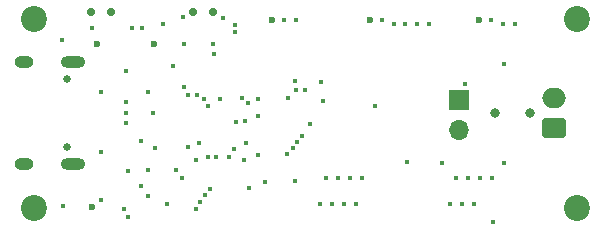
<source format=gbr>
%TF.GenerationSoftware,KiCad,Pcbnew,(6.0.6)*%
%TF.CreationDate,2022-07-10T21:22:37+02:00*%
%TF.ProjectId,GCode_Buttons_MCU,47436f64-655f-4427-9574-746f6e735f4d,rev?*%
%TF.SameCoordinates,Original*%
%TF.FileFunction,Soldermask,Bot*%
%TF.FilePolarity,Negative*%
%FSLAX46Y46*%
G04 Gerber Fmt 4.6, Leading zero omitted, Abs format (unit mm)*
G04 Created by KiCad (PCBNEW (6.0.6)) date 2022-07-10 21:22:37*
%MOMM*%
%LPD*%
G01*
G04 APERTURE LIST*
G04 Aperture macros list*
%AMRoundRect*
0 Rectangle with rounded corners*
0 $1 Rounding radius*
0 $2 $3 $4 $5 $6 $7 $8 $9 X,Y pos of 4 corners*
0 Add a 4 corners polygon primitive as box body*
4,1,4,$2,$3,$4,$5,$6,$7,$8,$9,$2,$3,0*
0 Add four circle primitives for the rounded corners*
1,1,$1+$1,$2,$3*
1,1,$1+$1,$4,$5*
1,1,$1+$1,$6,$7*
1,1,$1+$1,$8,$9*
0 Add four rect primitives between the rounded corners*
20,1,$1+$1,$2,$3,$4,$5,0*
20,1,$1+$1,$4,$5,$6,$7,0*
20,1,$1+$1,$6,$7,$8,$9,0*
20,1,$1+$1,$8,$9,$2,$3,0*%
G04 Aperture macros list end*
%ADD10C,2.200000*%
%ADD11C,0.650000*%
%ADD12O,2.100000X1.000000*%
%ADD13O,1.600000X1.000000*%
%ADD14RoundRect,0.250000X0.750000X-0.600000X0.750000X0.600000X-0.750000X0.600000X-0.750000X-0.600000X0*%
%ADD15O,2.000000X1.700000*%
%ADD16R,1.700000X1.700000*%
%ADD17O,1.700000X1.700000*%
%ADD18C,0.700000*%
%ADD19C,0.450000*%
%ADD20C,0.800000*%
%ADD21C,0.600000*%
G04 APERTURE END LIST*
D10*
%TO.C,H1*%
X102000000Y-92000000D03*
%TD*%
%TO.C,H2*%
X102000000Y-108000000D03*
%TD*%
%TO.C,H3*%
X148000000Y-108000000D03*
%TD*%
%TO.C,H4*%
X148000000Y-92000000D03*
%TD*%
D11*
%TO.C,J1*%
X104800000Y-97110000D03*
X104800000Y-102890000D03*
D12*
X105330000Y-95680000D03*
X105330000Y-104320000D03*
D13*
X101150000Y-95680000D03*
X101150000Y-104320000D03*
%TD*%
D14*
%TO.C,J4*%
X146075000Y-101250000D03*
D15*
X146075000Y-98750000D03*
%TD*%
D16*
%TO.C,JP2*%
X138000000Y-98875000D03*
D17*
X138000000Y-101415000D03*
%TD*%
D18*
%TO.C,SW1*%
X108550000Y-91400000D03*
X106850000Y-91400000D03*
%TD*%
%TO.C,SW2*%
X115450000Y-91400000D03*
X117150000Y-91400000D03*
%TD*%
D19*
X124150000Y-98050000D03*
X119800000Y-104000000D03*
X129250000Y-107650000D03*
X109950000Y-104900000D03*
X110000000Y-108800000D03*
X140900000Y-109200000D03*
X109800000Y-96400000D03*
X123500000Y-98700000D03*
X107700000Y-103250000D03*
X111650000Y-104800000D03*
X129750000Y-105500000D03*
X114700000Y-94150000D03*
X124100000Y-105750000D03*
X111700000Y-98200000D03*
X120250000Y-106300000D03*
X114700000Y-97750000D03*
X117250000Y-95000000D03*
X124100000Y-97250000D03*
X104450000Y-107850000D03*
X116000000Y-102500000D03*
D20*
X141000000Y-100000000D03*
D19*
X107700000Y-107350000D03*
X123200000Y-92100000D03*
X111650000Y-107000000D03*
X119000000Y-92500000D03*
X117750000Y-98800000D03*
X107700000Y-98200000D03*
X140750000Y-105500000D03*
X126350000Y-97350000D03*
X111150000Y-92800000D03*
X114500000Y-105500000D03*
X120000000Y-102500000D03*
D20*
X144000000Y-100000000D03*
D19*
X114600000Y-91850000D03*
X115750000Y-104000000D03*
X109800000Y-100000000D03*
X126500000Y-99000000D03*
X104400000Y-93800000D03*
X120950000Y-98800000D03*
X138500000Y-97500000D03*
X130850000Y-99350000D03*
X140700000Y-92100000D03*
X125400000Y-100950000D03*
X131450000Y-92100000D03*
X139750000Y-105500000D03*
X111100000Y-102350000D03*
X111100000Y-106200000D03*
D21*
X107350000Y-94150000D03*
D19*
X112087500Y-100000000D03*
X128750000Y-105500000D03*
D21*
X106950000Y-107950000D03*
D19*
X109800000Y-99050000D03*
X118543056Y-103684166D03*
X109800000Y-100850000D03*
X118950000Y-103000000D03*
X119000000Y-93150000D03*
X136550000Y-104200000D03*
D21*
X122200000Y-92100000D03*
X112150000Y-94150000D03*
X130450000Y-92100000D03*
D19*
X110300000Y-92800000D03*
X117200000Y-94150000D03*
X133550000Y-104100000D03*
X114050000Y-104800000D03*
D21*
X139700000Y-92100000D03*
D19*
X121550000Y-105800000D03*
X106900000Y-92800000D03*
X121000000Y-100250500D03*
X112250000Y-102950000D03*
X109600000Y-108150000D03*
X118000000Y-91950000D03*
X124200000Y-92100000D03*
X132450000Y-92450000D03*
X115050000Y-98450000D03*
X133450000Y-92450000D03*
X115788556Y-98488556D03*
X134450000Y-92450000D03*
X116377350Y-98799500D03*
X135450000Y-92450000D03*
X116755536Y-99349000D03*
X141700000Y-92450000D03*
X119150000Y-100750000D03*
X142700000Y-92450000D03*
X119900000Y-100700000D03*
X119600000Y-98750000D03*
X141800000Y-95800000D03*
X120150000Y-99100000D03*
X141800000Y-104200000D03*
X124950000Y-98050000D03*
X121000000Y-103550000D03*
X113800000Y-96000000D03*
X112900000Y-92450000D03*
X126250000Y-107650000D03*
X116096402Y-107505673D03*
X126750000Y-105500000D03*
X116900000Y-106450000D03*
X127250000Y-107650000D03*
X115725765Y-108074235D03*
X127750000Y-105500000D03*
X116497789Y-106959980D03*
X128250000Y-107650000D03*
X115050000Y-102850000D03*
X137250000Y-107650000D03*
X117400000Y-103750000D03*
X137750000Y-105500000D03*
X124705741Y-101892824D03*
X138250000Y-107650000D03*
X123450000Y-103414556D03*
X138750000Y-105500000D03*
X124300000Y-102400000D03*
X139250000Y-107650000D03*
X123901901Y-102948038D03*
X116700000Y-103750000D03*
X113300000Y-107650000D03*
M02*

</source>
